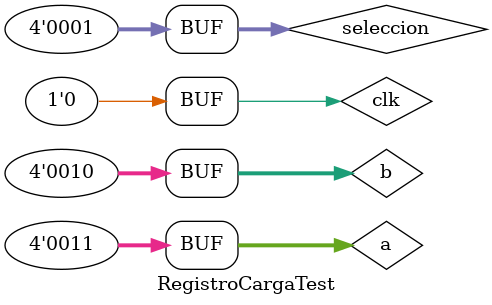
<source format=sv>
module RegistroCargaTest();
	logic clk, rst;
	logic [3:0] a, b, seleccion, salida, flags, seleccion_aux;
	logic [6:0] outDisplay1;
	
	RegistroCargaTop #(.N(4)) rCargaTop(a, b, seleccion, clk,rst, outDisplay1, flags, seleccion_aux);
	
	initial begin
	a = 3;
	b = 2;
	clk = 1; #5; seleccion = 0; #5; clk = 0; #5;
	clk = 1; #5; seleccion = 1; #5; clk = 0; #5;
	clk = 1; #5; seleccion = 3; #5; clk = 0; #5;
	clk = 1; #5; seleccion = 1; #5; clk = 0; #5;
	clk = 1; #5; seleccion = 5; #5; clk = 0; #5;
	clk = 1; #5; seleccion = 1; #5; clk = 0; #5;
	clk = 1; #5; seleccion = 7; #5; clk = 0; #5;
	clk = 1; #5; seleccion = 1; #5; clk = 0; #5;
	clk = 1; #5; seleccion = 9; #5; clk = 0; #5;
	clk = 1; #5; seleccion = 1; #5; clk = 0; #5;
	
	end

endmodule 
</source>
